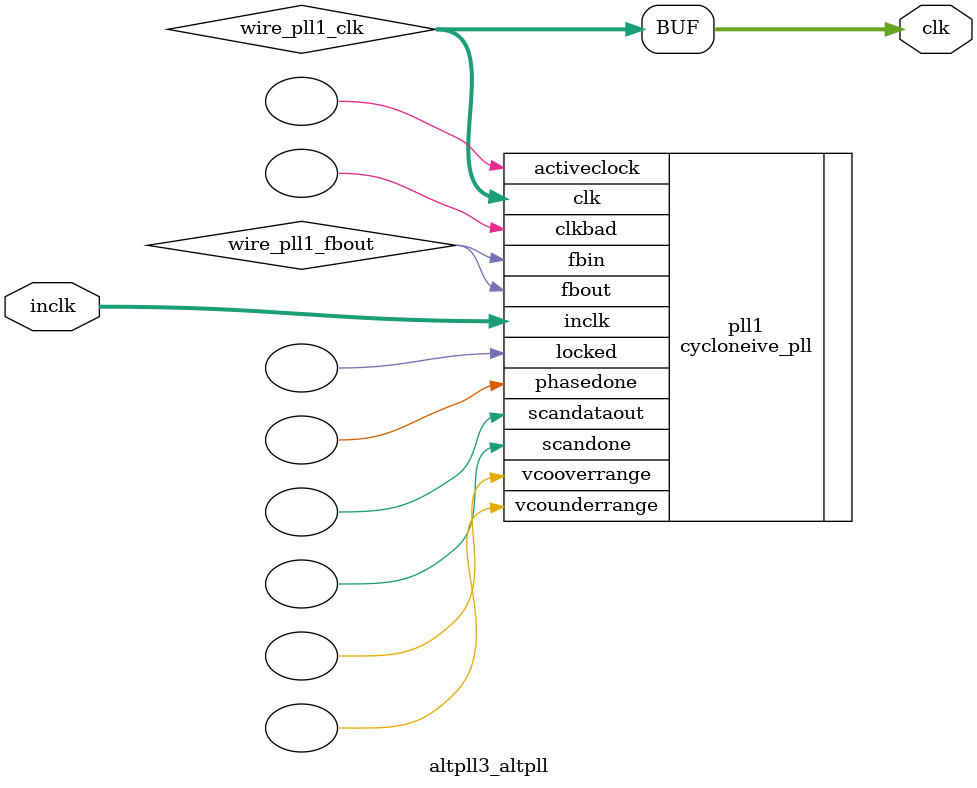
<source format=v>






//synthesis_resources = cycloneive_pll 1 
//synopsys translate_off
`timescale 1 ps / 1 ps
//synopsys translate_on
module  altpll3_altpll
	( 
	clk,
	inclk) /* synthesis synthesis_clearbox=1 */;
	output   [4:0]  clk;
	input   [1:0]  inclk;
`ifndef ALTERA_RESERVED_QIS
// synopsys translate_off
`endif
	tri0   [1:0]  inclk;
`ifndef ALTERA_RESERVED_QIS
// synopsys translate_on
`endif

	wire  [4:0]   wire_pll1_clk;
	wire  wire_pll1_fbout;

	cycloneive_pll   pll1
	( 
	.activeclock(),
	.clk(wire_pll1_clk),
	.clkbad(),
	.fbin(wire_pll1_fbout),
	.fbout(wire_pll1_fbout),
	.inclk(inclk),
	.locked(),
	.phasedone(),
	.scandataout(),
	.scandone(),
	.vcooverrange(),
	.vcounderrange()
	`ifndef FORMAL_VERIFICATION
	// synopsys translate_off
	`endif
	,
	.areset(1'b0),
	.clkswitch(1'b0),
	.configupdate(1'b0),
	.pfdena(1'b1),
	.phasecounterselect({3{1'b0}}),
	.phasestep(1'b0),
	.phaseupdown(1'b0),
	.scanclk(1'b0),
	.scanclkena(1'b1),
	.scandata(1'b0)
	`ifndef FORMAL_VERIFICATION
	// synopsys translate_on
	`endif
	);
	defparam
		pll1.bandwidth_type = "auto",
		pll1.clk0_divide_by = 10000,
		pll1.clk0_duty_cycle = 50,
		pll1.clk0_multiply_by = 1,
		pll1.clk0_phase_shift = "0",
		pll1.compensate_clock = "clk0",
		pll1.inclk0_input_frequency = 20000,
		pll1.operation_mode = "normal",
		pll1.pll_type = "auto",
		pll1.lpm_type = "cycloneive_pll";
	assign
		clk = {wire_pll1_clk[4:0]};
endmodule //altpll3_altpll
//VALID FILE

</source>
